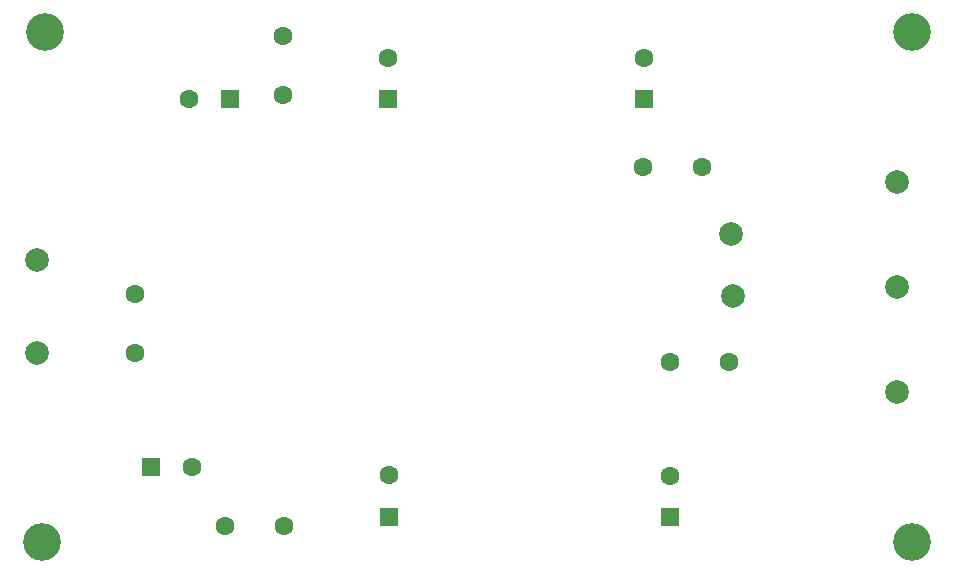
<source format=gbr>
G04 #@! TF.GenerationSoftware,KiCad,Pcbnew,(5.1.10-0-10_14)*
G04 #@! TF.CreationDate,2021-05-19T17:23:42+02:00*
G04 #@! TF.ProjectId,pre-amp-discret,7072652d-616d-4702-9d64-697363726574,rev?*
G04 #@! TF.SameCoordinates,Original*
G04 #@! TF.FileFunction,Soldermask,Bot*
G04 #@! TF.FilePolarity,Negative*
%FSLAX46Y46*%
G04 Gerber Fmt 4.6, Leading zero omitted, Abs format (unit mm)*
G04 Created by KiCad (PCBNEW (5.1.10-0-10_14)) date 2021-05-19 17:23:42*
%MOMM*%
%LPD*%
G01*
G04 APERTURE LIST*
%ADD10C,1.600000*%
%ADD11R,1.600000X1.600000*%
%ADD12C,2.000000*%
%ADD13C,3.200000*%
G04 APERTURE END LIST*
D10*
X176961800Y-102481500D03*
D11*
X176961800Y-105981500D03*
D10*
X155422600Y-137845800D03*
D11*
X155422600Y-141345800D03*
D10*
X155346400Y-102506900D03*
D11*
X155346400Y-106006900D03*
D10*
X138734800Y-137121900D03*
D11*
X135234800Y-137121900D03*
D10*
X138422500Y-105981500D03*
D11*
X141922500Y-105981500D03*
D10*
X179171600Y-137901800D03*
D11*
X179171600Y-141401800D03*
D10*
X141494500Y-142125700D03*
X146494500Y-142125700D03*
X146456400Y-105634800D03*
X146456400Y-100634800D03*
X184184300Y-128206500D03*
X179184300Y-128206500D03*
X176923700Y-111696500D03*
X181923700Y-111696500D03*
D12*
X184327800Y-117398800D03*
X184492900Y-122618500D03*
X198374000Y-121920000D03*
X125603000Y-127508000D03*
X198374000Y-130810000D03*
X125603000Y-119634000D03*
X198374000Y-113030000D03*
D13*
X126238000Y-100330000D03*
X125984000Y-143510000D03*
X199644000Y-143510000D03*
X199644000Y-100330000D03*
D10*
X133858000Y-127491500D03*
X133858000Y-122491500D03*
M02*

</source>
